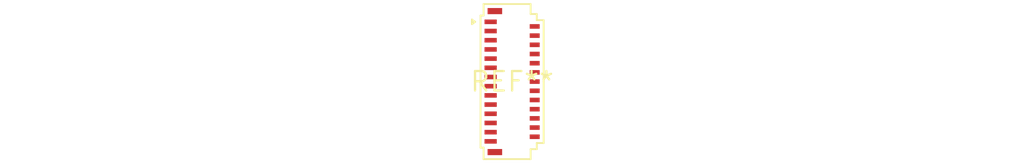
<source format=kicad_pcb>
(kicad_pcb (version 20240108) (generator pcbnew)
  (layers (0 "F.Cu" signal) (31 "B.Cu" signal) (34 "B.Paste" user) (35 "F.Paste" user) (36 "B.SilkS" user "B.Silkscreen") (37 "F.SilkS" user "F.Silkscreen") (38 "B.Mask" user) (39 "F.Mask" user) (44 "Edge.Cuts" user))
  (net 0 "")
  (footprint "Hirose_FH26-27S-0.3SHW_2Rows-27Pins-1MP_P0.60mm_Horizontal" (layer "F.Cu") (at 0 0)
    (property "Reference" "REF**")
    (property "Value" "Hirose_FH26-27S-0.3SHW_2Rows-27Pins-1MP_P0.60mm_Horizontal")
    (fp_line (start -2.622132 -4.05) (end -2.41 -3.9) (layer "F.SilkS") (stroke (width 0.12)))
    (fp_line (start -2.622132 -3.75) (end -2.622132 -4.05) (layer "F.SilkS") (stroke (width 0.12)))
    (fp_line (start -2.41 -3.9) (end -2.622132 -3.75) (layer "F.SilkS") (stroke (width 0.12)))
    (fp_line (start -2.06 -4.31) (end -2.06 0) (layer "F.SilkS") (stroke (width 0.12)))
    (fp_line (start -2.06 4.31) (end -2.06 0) (layer "F.SilkS") (stroke (width 0.12)))
    (fp_line (start -1.86 -5.06) (end -1.86 -4.31) (layer "F.SilkS") (stroke (width 0.12)))
    (fp_line (start -1.86 -4.31) (end -2.06 -4.31) (layer "F.SilkS") (stroke (width 0.12)))
    (fp_line (start -1.86 4.31) (end -2.06 4.31) (layer "F.SilkS") (stroke (width 0.12)))
    (fp_line (start -1.86 5.06) (end -1.86 4.31) (layer "F.SilkS") (stroke (width 0.12)))
    (fp_line (start 1.21 -5.06) (end -1.86 -5.06) (layer "F.SilkS") (stroke (width 0.12)))
    (fp_line (start 1.21 -4.41) (end 1.21 -5.06) (layer "F.SilkS") (stroke (width 0.12)))
    (fp_line (start 1.21 4.41) (end 1.21 5.06) (layer "F.SilkS") (stroke (width 0.12)))
    (fp_line (start 1.21 5.06) (end -1.86 5.06) (layer "F.SilkS") (stroke (width 0.12)))
    (fp_line (start 1.61 -4.41) (end 1.21 -4.41) (layer "F.SilkS") (stroke (width 0.12)))
    (fp_line (start 1.61 -4.01) (end 1.61 -4.41) (layer "F.SilkS") (stroke (width 0.12)))
    (fp_line (start 1.61 4.01) (end 1.61 4.41) (layer "F.SilkS") (stroke (width 0.12)))
    (fp_line (start 1.61 4.41) (end 1.21 4.41) (layer "F.SilkS") (stroke (width 0.12)))
    (fp_line (start 2.06 -4.01) (end 1.61 -4.01) (layer "F.SilkS") (stroke (width 0.12)))
    (fp_line (start 2.06 0) (end 2.06 -4.01) (layer "F.SilkS") (stroke (width 0.12)))
    (fp_line (start 2.06 0) (end 2.06 4.01) (layer "F.SilkS") (stroke (width 0.12)))
    (fp_line (start 2.06 4.01) (end 1.61 4.01) (layer "F.SilkS") (stroke (width 0.12)))
    (pad "1" smd rect (at -1.4 -3.9) (size 0.8 0.3) (layers "F.Cu" "F.Paste" "F.Mask"))
    (pad "2" smd rect (at 1.475 -3.6) (size 0.65 0.3) (layers "F.Cu" "F.Paste" "F.Mask"))
    (pad "3" smd rect (at -1.4 -3.3) (size 0.8 0.3) (layers "F.Cu" "F.Paste" "F.Mask"))
    (pad "4" smd rect (at 1.475 -3) (size 0.65 0.3) (layers "F.Cu" "F.Paste" "F.Mask"))
    (pad "5" smd rect (at -1.4 -2.7) (size 0.8 0.3) (layers "F.Cu" "F.Paste" "F.Mask"))
    (pad "6" smd rect (at 1.475 -2.4) (size 0.65 0.3) (layers "F.Cu" "F.Paste" "F.Mask"))
    (pad "7" smd rect (at -1.4 -2.1) (size 0.8 0.3) (layers "F.Cu" "F.Paste" "F.Mask"))
    (pad "8" smd rect (at 1.475 -1.8) (size 0.65 0.3) (layers "F.Cu" "F.Paste" "F.Mask"))
    (pad "9" smd rect (at -1.4 -1.5) (size 0.8 0.3) (layers "F.Cu" "F.Paste" "F.Mask"))
    (pad "10" smd rect (at 1.475 -1.2) (size 0.65 0.3) (layers "F.Cu" "F.Paste" "F.Mask"))
    (pad "11" smd rect (at -1.4 -0.9) (size 0.8 0.3) (layers "F.Cu" "F.Paste" "F.Mask"))
    (pad "12" smd rect (at 1.475 -0.6) (size 0.65 0.3) (layers "F.Cu" "F.Paste" "F.Mask"))
    (pad "13" smd rect (at -1.4 -0.3) (size 0.8 0.3) (layers "F.Cu" "F.Paste" "F.Mask"))
    (pad "14" smd rect (at 1.475 0) (size 0.65 0.3) (layers "F.Cu" "F.Paste" "F.Mask"))
    (pad "15" smd rect (at -1.4 0.3) (size 0.8 0.3) (layers "F.Cu" "F.Paste" "F.Mask"))
    (pad "16" smd rect (at 1.475 0.6) (size 0.65 0.3) (layers "F.Cu" "F.Paste" "F.Mask"))
    (pad "17" smd rect (at -1.4 0.9) (size 0.8 0.3) (layers "F.Cu" "F.Paste" "F.Mask"))
    (pad "18" smd rect (at 1.475 1.2) (size 0.65 0.3) (layers "F.Cu" "F.Paste" "F.Mask"))
    (pad "19" smd rect (at -1.4 1.5) (size 0.8 0.3) (layers "F.Cu" "F.Paste" "F.Mask"))
    (pad "20" smd rect (at 1.475 1.8) (size 0.65 0.3) (layers "F.Cu" "F.Paste" "F.Mask"))
    (pad "21" smd rect (at -1.4 2.1) (size 0.8 0.3) (layers "F.Cu" "F.Paste" "F.Mask"))
    (pad "22" smd rect (at 1.475 2.4) (size 0.65 0.3) (layers "F.Cu" "F.Paste" "F.Mask"))
    (pad "23" smd rect (at -1.4 2.7) (size 0.8 0.3) (layers "F.Cu" "F.Paste" "F.Mask"))
    (pad "24" smd rect (at 1.475 3) (size 0.65 0.3) (layers "F.Cu" "F.Paste" "F.Mask"))
    (pad "25" smd rect (at -1.4 3.3) (size 0.8 0.3) (layers "F.Cu" "F.Paste" "F.Mask"))
    (pad "26" smd rect (at 1.475 3.6) (size 0.65 0.3) (layers "F.Cu" "F.Paste" "F.Mask"))
    (pad "27" smd rect (at -1.4 3.9) (size 0.8 0.3) (layers "F.Cu" "F.Paste" "F.Mask"))
    (pad "MP" smd rect (at -1.125 -4.6) (size 0.95 0.4) (layers "F.Cu" "F.Paste" "F.Mask"))
    (pad "MP" smd rect (at -1.125 4.6) (size 0.95 0.4) (layers "F.Cu" "F.Paste" "F.Mask"))
  )
)
</source>
